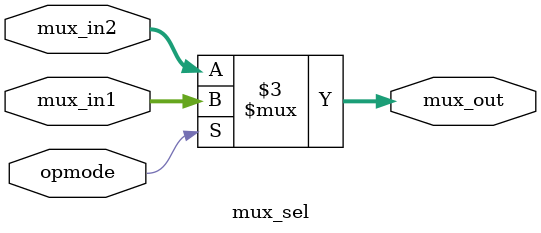
<source format=v>

module mux_sel 
(
    input  wire [17:0] mux_in1,
    input  wire [17:0] mux_in2,
    input  wire opmode,
    output reg  [17:0] mux_out
);

    always @(*) begin
        if (opmode)
            mux_out = mux_in1;
        else 
            mux_out = mux_in2;
        
    end

endmodule

</source>
